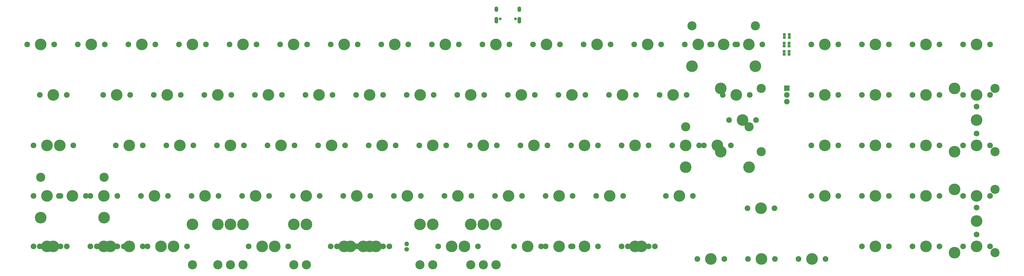
<source format=gbr>
G04 #@! TF.GenerationSoftware,KiCad,Pcbnew,(5.1.5)-3*
G04 #@! TF.CreationDate,2020-05-17T23:13:09+01:00*
G04 #@! TF.ProjectId,cypher,63797068-6572-42e6-9b69-6361645f7063,rev?*
G04 #@! TF.SameCoordinates,Original*
G04 #@! TF.FileFunction,Soldermask,Top*
G04 #@! TF.FilePolarity,Negative*
%FSLAX46Y46*%
G04 Gerber Fmt 4.6, Leading zero omitted, Abs format (unit mm)*
G04 Created by KiCad (PCBNEW (5.1.5)-3) date 2020-05-17 23:13:09*
%MOMM*%
%LPD*%
G04 APERTURE LIST*
%ADD10R,1.100000X1.100000*%
%ADD11C,4.387800*%
%ADD12C,2.150000*%
%ADD13C,1.050000*%
%ADD14O,1.400000X2.500000*%
%ADD15O,1.400000X2.000000*%
%ADD16C,3.448000*%
%ADD17R,2.100000X2.100000*%
%ADD18O,2.100000X2.100000*%
%ADD19C,1.750000*%
%ADD20O,1.750000X1.750000*%
G04 APERTURE END LIST*
D10*
X314895900Y-113707000D03*
X314895900Y-112607000D03*
X316725900Y-112607000D03*
X316725900Y-113707000D03*
X314832400Y-116945500D03*
X314832400Y-115845500D03*
X316662400Y-115845500D03*
X316662400Y-116945500D03*
X314832400Y-120057000D03*
X314832400Y-118957000D03*
X316662400Y-118957000D03*
X316662400Y-120057000D03*
D11*
X39581250Y-135375000D03*
D12*
X34501250Y-135375000D03*
X44661250Y-135375000D03*
D13*
X213614750Y-106691000D03*
X207834750Y-106691000D03*
D14*
X206404750Y-107221000D03*
X215044750Y-107221000D03*
D15*
X206404750Y-103041000D03*
X215044750Y-103041000D03*
D11*
X296752750Y-135375000D03*
D12*
X291672750Y-135375000D03*
X301832750Y-135375000D03*
D11*
X161029650Y-192532000D03*
D12*
X155949650Y-192532000D03*
X166109650Y-192532000D03*
D11*
X118167150Y-192532000D03*
D12*
X113087150Y-192532000D03*
X123247150Y-192532000D03*
D16*
X106229150Y-199517000D03*
X130105150Y-199517000D03*
D11*
X106229150Y-184277000D03*
X130105150Y-184277000D03*
D17*
X315810900Y-132842000D03*
D18*
X315810900Y-135382000D03*
X315810900Y-137922000D03*
D11*
X58661750Y-181730000D03*
X34785750Y-181730000D03*
D16*
X58661750Y-166490000D03*
X34785750Y-166490000D03*
D12*
X51803750Y-173475000D03*
X41643750Y-173475000D03*
D11*
X46723750Y-173475000D03*
X39580250Y-192525000D03*
D12*
X34500250Y-192525000D03*
X44660250Y-192525000D03*
X42278750Y-154425000D03*
X32118750Y-154425000D03*
D11*
X37198750Y-154425000D03*
D12*
X39898750Y-116325000D03*
X29738750Y-116325000D03*
D11*
X34818750Y-116325000D03*
X41961250Y-154425000D03*
D12*
X36881250Y-154425000D03*
X47041250Y-154425000D03*
X42278750Y-173475000D03*
X32118750Y-173475000D03*
D11*
X37198750Y-173475000D03*
D12*
X42278750Y-192525000D03*
X32118750Y-192525000D03*
D11*
X37198750Y-192525000D03*
D12*
X58948750Y-116325000D03*
X48788750Y-116325000D03*
D11*
X53868750Y-116325000D03*
X63391250Y-135375000D03*
D12*
X58311250Y-135375000D03*
X68471250Y-135375000D03*
D11*
X68153750Y-154425000D03*
D12*
X63073750Y-154425000D03*
X73233750Y-154425000D03*
X63708750Y-173475000D03*
X53548750Y-173475000D03*
D11*
X58628750Y-173475000D03*
X58629950Y-192525000D03*
D12*
X53549950Y-192525000D03*
X63709950Y-192525000D03*
X73235250Y-192525000D03*
X63075250Y-192525000D03*
D11*
X68155250Y-192525000D03*
X72918750Y-116325000D03*
D12*
X67838750Y-116325000D03*
X77998750Y-116325000D03*
X87521250Y-135375000D03*
X77361250Y-135375000D03*
D11*
X82441250Y-135375000D03*
D12*
X92283750Y-154425000D03*
X82123750Y-154425000D03*
D11*
X87203750Y-154425000D03*
X77679250Y-173475000D03*
D12*
X72599250Y-173475000D03*
X82759250Y-173475000D03*
D11*
X80061250Y-192525000D03*
D12*
X74981250Y-192525000D03*
X85141250Y-192525000D03*
X97048750Y-116325000D03*
X86888750Y-116325000D03*
D11*
X91968750Y-116325000D03*
X101491250Y-135375000D03*
D12*
X96411250Y-135375000D03*
X106571250Y-135375000D03*
D11*
X106253750Y-154425000D03*
D12*
X101173750Y-154425000D03*
X111333750Y-154425000D03*
D11*
X96728750Y-173475000D03*
D12*
X91648750Y-173475000D03*
X101808750Y-173475000D03*
X89903750Y-192525000D03*
X79743750Y-192525000D03*
D11*
X84823750Y-192525000D03*
X111018750Y-116325000D03*
D12*
X105938750Y-116325000D03*
X116098750Y-116325000D03*
X125621250Y-135375000D03*
X115461250Y-135375000D03*
D11*
X120541250Y-135375000D03*
D12*
X130383750Y-154425000D03*
X120223750Y-154425000D03*
D11*
X125303750Y-154425000D03*
D12*
X120858750Y-173475000D03*
X110698750Y-173475000D03*
D11*
X115778750Y-173475000D03*
D12*
X135148750Y-116325000D03*
X124988750Y-116325000D03*
D11*
X130068750Y-116325000D03*
X139591250Y-135375000D03*
D12*
X134511250Y-135375000D03*
X144671250Y-135375000D03*
D11*
X144358750Y-154425000D03*
D12*
X139278750Y-154425000D03*
X149438750Y-154425000D03*
X139908750Y-173475000D03*
X129748750Y-173475000D03*
D11*
X134828750Y-173475000D03*
X156261250Y-192525000D03*
D12*
X151181250Y-192525000D03*
X161341250Y-192525000D03*
D16*
X106261350Y-199510000D03*
X206261150Y-199510000D03*
D11*
X106261350Y-184270000D03*
X206261150Y-184270000D03*
X149118750Y-116325000D03*
D12*
X144038750Y-116325000D03*
X154198750Y-116325000D03*
D11*
X158641250Y-135375000D03*
D12*
X153561250Y-135375000D03*
X163721250Y-135375000D03*
X168488750Y-154425000D03*
X158328750Y-154425000D03*
D11*
X163408750Y-154425000D03*
X153878750Y-173475000D03*
D12*
X148798750Y-173475000D03*
X158958750Y-173475000D03*
D11*
X158642750Y-192525000D03*
D12*
X153562750Y-192525000D03*
X163722750Y-192525000D03*
D16*
X101492750Y-199510000D03*
X196742750Y-199510000D03*
D11*
X101492750Y-184270000D03*
X196742750Y-184270000D03*
D12*
X173248750Y-116325000D03*
X163088750Y-116325000D03*
D11*
X168168750Y-116325000D03*
D12*
X182771250Y-135375000D03*
X172611250Y-135375000D03*
D11*
X177691250Y-135375000D03*
X182458750Y-154425000D03*
D12*
X177378750Y-154425000D03*
X187538750Y-154425000D03*
X178008750Y-173475000D03*
X167848750Y-173475000D03*
D11*
X172928750Y-173475000D03*
X187218750Y-116325000D03*
D12*
X182138750Y-116325000D03*
X192298750Y-116325000D03*
D11*
X196741250Y-135375000D03*
D12*
X191661250Y-135375000D03*
X201821250Y-135375000D03*
X206588750Y-154425000D03*
X196428750Y-154425000D03*
D11*
X201508750Y-154425000D03*
X191978750Y-173475000D03*
D12*
X186898750Y-173475000D03*
X197058750Y-173475000D03*
X211348750Y-116325000D03*
X201188750Y-116325000D03*
D11*
X206268750Y-116325000D03*
D12*
X220871250Y-135375000D03*
X210711250Y-135375000D03*
D11*
X215791250Y-135375000D03*
X220558750Y-154425000D03*
D12*
X215478750Y-154425000D03*
X225638750Y-154425000D03*
X216108750Y-173475000D03*
X205948750Y-173475000D03*
D11*
X211028750Y-173475000D03*
X218173750Y-192525000D03*
D12*
X213093750Y-192525000D03*
X223253750Y-192525000D03*
X235160250Y-192525000D03*
X225000250Y-192525000D03*
D11*
X230080250Y-192525000D03*
X225318750Y-116325000D03*
D12*
X220238750Y-116325000D03*
X230398750Y-116325000D03*
D11*
X234841250Y-135375000D03*
D12*
X229761250Y-135375000D03*
X239921250Y-135375000D03*
X244688750Y-154425000D03*
X234528750Y-154425000D03*
D11*
X239608750Y-154425000D03*
D12*
X235158750Y-173475000D03*
X224998750Y-173475000D03*
D11*
X230078750Y-173475000D03*
X239604750Y-192525000D03*
D12*
X234524750Y-192525000D03*
X244684750Y-192525000D03*
D11*
X258655250Y-192525000D03*
D12*
X253575250Y-192525000D03*
X263735250Y-192525000D03*
X249448750Y-116325000D03*
X239288750Y-116325000D03*
D11*
X244368750Y-116325000D03*
D12*
X258971250Y-135375000D03*
X248811250Y-135375000D03*
D11*
X253891250Y-135375000D03*
D12*
X263738750Y-154425000D03*
X253578750Y-154425000D03*
D11*
X258658750Y-154425000D03*
X249128750Y-173475000D03*
D12*
X244048750Y-173475000D03*
X254208750Y-173475000D03*
D11*
X261035750Y-192525000D03*
D12*
X255955750Y-192525000D03*
X266115750Y-192525000D03*
X268498750Y-116325000D03*
X258338750Y-116325000D03*
D11*
X263418750Y-116325000D03*
X272940250Y-135375000D03*
D12*
X267860250Y-135375000D03*
X278020250Y-135375000D03*
X282788750Y-154425000D03*
X272628750Y-154425000D03*
D11*
X277708750Y-154425000D03*
X275322250Y-173475000D03*
D12*
X270242250Y-173475000D03*
X280402250Y-173475000D03*
X292308750Y-197285000D03*
X282148750Y-197285000D03*
D11*
X287228750Y-197285000D03*
X282468750Y-116325000D03*
D12*
X277388750Y-116325000D03*
X287548750Y-116325000D03*
D11*
X299140250Y-144900000D03*
D12*
X294060250Y-144900000D03*
X304220250Y-144900000D03*
D16*
X306125250Y-156838000D03*
X306125250Y-132962000D03*
D11*
X290885250Y-156838000D03*
X290885250Y-132962000D03*
X291993250Y-116325000D03*
D12*
X286913250Y-116325000D03*
X297073250Y-116325000D03*
D16*
X280055250Y-109340000D03*
X303931250Y-109340000D03*
D11*
X280055250Y-124580000D03*
X303931250Y-124580000D03*
X289614750Y-154425000D03*
D12*
X284534750Y-154425000D03*
X294694750Y-154425000D03*
D16*
X277676750Y-147440000D03*
X301552750Y-147440000D03*
D11*
X277676750Y-162680000D03*
X301552750Y-162680000D03*
D12*
X311198750Y-178125000D03*
X301038750Y-178125000D03*
D11*
X306118750Y-178125000D03*
X306278750Y-197285000D03*
D12*
X301198750Y-197285000D03*
X311358750Y-197285000D03*
X306598750Y-116325000D03*
X296438750Y-116325000D03*
D11*
X301518750Y-116325000D03*
X330098750Y-116325000D03*
D12*
X325018750Y-116325000D03*
X335178750Y-116325000D03*
X335178750Y-135375000D03*
X325018750Y-135375000D03*
D11*
X330098750Y-135375000D03*
D12*
X335178750Y-154425000D03*
X325018750Y-154425000D03*
D11*
X330098750Y-154425000D03*
X330098750Y-173475000D03*
D12*
X325018750Y-173475000D03*
X335178750Y-173475000D03*
D11*
X325328750Y-197285000D03*
D12*
X320248750Y-197285000D03*
X330408750Y-197285000D03*
X354228750Y-116325000D03*
X344068750Y-116325000D03*
D11*
X349148750Y-116325000D03*
X349148750Y-135375000D03*
D12*
X344068750Y-135375000D03*
X354228750Y-135375000D03*
D11*
X349148750Y-154425000D03*
D12*
X344068750Y-154425000D03*
X354228750Y-154425000D03*
D11*
X349148750Y-173475000D03*
D12*
X344068750Y-173475000D03*
X354228750Y-173475000D03*
X354228750Y-192525000D03*
X344068750Y-192525000D03*
D11*
X349148750Y-192525000D03*
X368198750Y-116325000D03*
D12*
X363118750Y-116325000D03*
X373278750Y-116325000D03*
X373278750Y-135375000D03*
X363118750Y-135375000D03*
D11*
X368198750Y-135375000D03*
X368198750Y-154425000D03*
D12*
X363118750Y-154425000D03*
X373278750Y-154425000D03*
D11*
X368198750Y-173475000D03*
D12*
X363118750Y-173475000D03*
X373278750Y-173475000D03*
X373278750Y-192525000D03*
X363118750Y-192525000D03*
D11*
X368198750Y-192525000D03*
D12*
X392328750Y-135372000D03*
X382168750Y-135372000D03*
D11*
X387248750Y-135372000D03*
X387248750Y-173475000D03*
D12*
X382168750Y-173475000D03*
X392328750Y-173475000D03*
D11*
X387248750Y-192525000D03*
D12*
X382168750Y-192525000D03*
X392328750Y-192525000D03*
X392328750Y-116325000D03*
X382168750Y-116325000D03*
D11*
X387248750Y-116325000D03*
X387248750Y-144895000D03*
D12*
X387248750Y-149975000D03*
X387248750Y-139815000D03*
D16*
X394233750Y-156833000D03*
X394233750Y-132957000D03*
D11*
X378993750Y-156833000D03*
X378993750Y-132957000D03*
X387248750Y-154425000D03*
D12*
X382168750Y-154425000D03*
X392328750Y-154425000D03*
D11*
X378993750Y-171057000D03*
X378993750Y-194933000D03*
D16*
X394233750Y-171057000D03*
X394233750Y-194933000D03*
D12*
X387248750Y-177915000D03*
X387248750Y-188075000D03*
D11*
X387248750Y-182995000D03*
X151504650Y-192532000D03*
D12*
X146424650Y-192532000D03*
X156584650Y-192532000D03*
D11*
X206305150Y-184277000D03*
X182429150Y-184277000D03*
D16*
X206305150Y-199517000D03*
X182429150Y-199517000D03*
D12*
X199447150Y-192532000D03*
X189287150Y-192532000D03*
D11*
X194367150Y-192532000D03*
X149117750Y-192525000D03*
D12*
X144037750Y-192525000D03*
X154197750Y-192525000D03*
D16*
X91967750Y-199510000D03*
X206267750Y-199510000D03*
D11*
X91967750Y-184270000D03*
X206267750Y-184270000D03*
X189604650Y-192532000D03*
D12*
X184524650Y-192532000D03*
X194684650Y-192532000D03*
D16*
X177666650Y-199517000D03*
X201542650Y-199517000D03*
D11*
X177666650Y-184277000D03*
X201542650Y-184277000D03*
X122929650Y-192532000D03*
D12*
X117849650Y-192532000D03*
X128009650Y-192532000D03*
D16*
X110991650Y-199517000D03*
X134867650Y-199517000D03*
D11*
X110991650Y-184277000D03*
X134867650Y-184277000D03*
X61010750Y-192525000D03*
D12*
X55930750Y-192525000D03*
X66090750Y-192525000D03*
D19*
X172618400Y-193611500D03*
D20*
X172618400Y-191611500D03*
M02*

</source>
